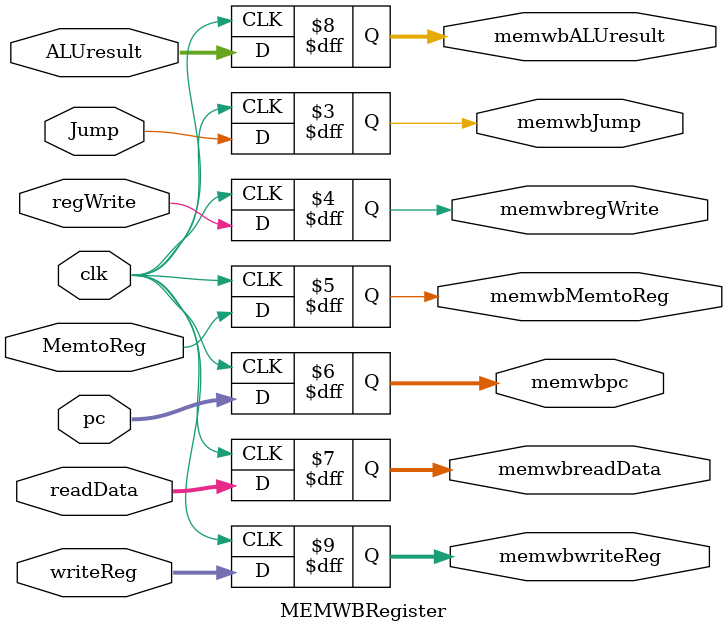
<source format=v>
`timescale 1ns / 1ps
module MEMWBRegister(
    input clk,
    input Jump,regWrite,MemtoReg,
    input [31:0] pc,readData,ALUresult,
    input [4:0] writeReg,
    output reg memwbJump,memwbregWrite,memwbMemtoReg,
    output reg [31:0] memwbpc,memwbreadData,memwbALUresult,
    output reg [4:0] memwbwriteReg
    );
    initial begin
          {memwbJump,memwbregWrite,memwbMemtoReg,memwbpc,memwbreadData,memwbALUresult,memwbwriteReg} <= 0;
    end
    always @(posedge clk) begin 
        {memwbJump,memwbregWrite,memwbMemtoReg,memwbpc,memwbreadData,memwbALUresult,memwbwriteReg} <=  {Jump,regWrite, MemtoReg, pc, readData, ALUresult,writeReg};
    end    
endmodule

</source>
